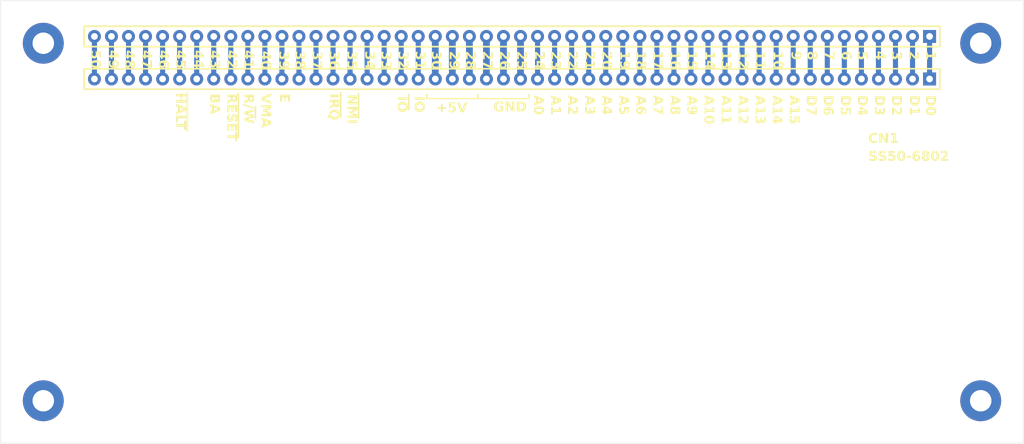
<source format=kicad_pcb>
(kicad_pcb (version 20240108) (generator "pcbnew") (generator_version "8.0")
  (layers (0 "F.Cu" signal "Top Layer") (31 "B.Cu" signal "Bottom Layer") (34 "B.Paste" user "Bottom Paste") (35 "F.Paste" user "Top Paste") (36 "B.SilkS" user "Bottom Overlay") (37 "F.SilkS" user "Top Overlay") (38 "B.Mask" user "Bottom Solder") (39 "F.Mask" user "Top Solder") (44 "Edge.Cuts" user))
  (net 0 "")
  (net 1 "nNMI")
  (net 2 "A7")
  (net 3 "A6")
  (net 4 "A4")
  (net 5 "A3")
  (net 6 "A2")
  (net 7 "R/nW")
  (net 8 "nRESET")
  (net 9 "nIRQ")
  (net 10 "nIO")
  (net 11 "GND")
  (net 12 "ECLK")
  (net 13 "D7")
  (net 14 "D6")
  (net 15 "D5")
  (net 16 "D4")
  (net 17 "D3")
  (net 18 "D2")
  (net 19 "D1")
  (net 20 "D0")
  (net 21 "A5")
  (net 22 "A1")
  (net 23 "A0")
  (net 24 "+5V")
  (footprint "" (layer "F.Cu") (at 218.3511 78.3336)
    (property "Reference" "" (at 0 0 0) (layer "F.SilkS") (effects (font (size 1.27 1.27))))
    (property "Value" "")
    (pad "1" thru_hole circle (at 0 0 180) (size 6.096 6.096) (drill 3.2) (layers "*.Cu" "*.Mask"))
  )
  (footprint "" (layer "F.Cu") (at 78.6511 78.3336)
    (property "Reference" "" (at 0 0 0) (layer "F.SilkS") (effects (font (size 1.27 1.27))))
    (property "Value" "")
    (pad "1" thru_hole circle (at 0 0 180) (size 6.096 6.096) (drill 3.2) (layers "*.Cu" "*.Mask"))
  )
  (footprint "" (layer "F.Cu") (at 218.3511 131.6736)
    (property "Reference" "" (at 0 0 0) (layer "F.SilkS") (effects (font (size 1.27 1.27))))
    (property "Value" "")
    (pad "1" thru_hole circle (at 0 0 90) (size 6.096 6.096) (drill 3.2) (layers "*.Cu" "*.Mask"))
  )
  (footprint "" (layer "F.Cu") (at 78.6511 131.6736)
    (property "Reference" "" (at 0 0 0) (layer "F.SilkS") (effects (font (size 1.27 1.27))))
    (property "Value" "")
    (pad "1" thru_hole circle (at 0 0) (size 6.096 6.096) (drill 3.2) (layers "*.Cu" "*.Mask"))
  )
  (footprint "MP-IO_02.PcbLib:SIL50DUAL" (layer "F.Cu") (at 210.7311 77.3176 -90)
    (property "Reference" "CN1" (at 16.129 9.144 0) (layer "F.SilkS") (effects (font (size 1.44018 1.44018) (thickness 0.254) (bold yes)) (justify left bottom)))
    (property "Value" "SS50-6800" (hide yes))
    (fp_line (start -1.524 125.984) (end -1.524 -1.524) (stroke (width 0.254)) (layer "F.SilkS"))
    (fp_line (start 1.524 125.984) (end -1.524 125.984) (stroke (width 0.254)) (layer "F.SilkS"))
    (fp_line (start 1.524 125.984) (end 1.524 -1.524) (stroke (width 0.254)) (layer "F.SilkS"))
    (fp_line (start 4.826 125.984) (end 4.826 -1.524) (stroke (width 0.254)) (layer "F.SilkS"))
    (fp_line (start 7.874 125.984) (end 4.826 125.984) (stroke (width 0.254)) (layer "F.SilkS"))
    (fp_line (start 7.874 125.984) (end 7.874 -1.524) (stroke (width 0.254)) (layer "F.SilkS"))
    (fp_line (start 1.524 -1.524) (end -1.524 -1.524) (stroke (width 0.254)) (layer "F.SilkS"))
    (fp_line (start 7.874 -1.524) (end 4.826 -1.524) (stroke (width 0.254)) (layer "F.SilkS"))
    (pad "1" thru_hole rect (at 0 0 270) (size 1.9304 1.9304) (drill 1) (layers "*.Cu" "*.Mask") (net 20 "D0"))
    (pad "1" thru_hole rect (at 6.35 0 270) (size 1.9304 1.9304) (drill 1) (layers "*.Cu" "*.Mask") (net 20 "D0"))
    (pad "2" thru_hole circle (at 0 2.54 270) (size 1.9304 1.9304) (drill 1) (layers "*.Cu" "*.Mask") (net 19 "D1"))
    (pad "2" thru_hole circle (at 6.35 2.54 270) (size 1.9304 1.9304) (drill 1) (layers "*.Cu" "*.Mask") (net 19 "D1"))
    (pad "3" thru_hole circle (at 0 5.08 270) (size 1.9304 1.9304) (drill 1) (layers "*.Cu" "*.Mask") (net 18 "D2"))
    (pad "3" thru_hole circle (at 6.35 5.08 270) (size 1.9304 1.9304) (drill 1) (layers "*.Cu" "*.Mask") (net 18 "D2"))
    (pad "4" thru_hole circle (at 0 7.62 270) (size 1.9304 1.9304) (drill 1) (layers "*.Cu" "*.Mask") (net 17 "D3"))
    (pad "4" thru_hole circle (at 6.35 7.62 270) (size 1.9304 1.9304) (drill 1) (layers "*.Cu" "*.Mask") (net 17 "D3"))
    (pad "5" thru_hole circle (at 0 10.16 270) (size 1.9304 1.9304) (drill 1) (layers "*.Cu" "*.Mask") (net 16 "D4"))
    (pad "5" thru_hole circle (at 6.35 10.16 270) (size 1.9304 1.9304) (drill 1) (layers "*.Cu" "*.Mask") (net 16 "D4"))
    (pad "6" thru_hole circle (at 0 12.7 270) (size 1.9304 1.9304) (drill 1) (layers "*.Cu" "*.Mask") (net 15 "D5"))
    (pad "6" thru_hole circle (at 6.35 12.7 270) (size 1.9304 1.9304) (drill 1) (layers "*.Cu" "*.Mask") (net 15 "D5"))
    (pad "7" thru_hole circle (at 0 15.24 270) (size 1.9304 1.9304) (drill 1) (layers "*.Cu" "*.Mask") (net 14 "D6"))
    (pad "7" thru_hole circle (at 6.35 15.24 270) (size 1.9304 1.9304) (drill 1) (layers "*.Cu" "*.Mask") (net 14 "D6"))
    (pad "8" thru_hole circle (at 0 17.78 270) (size 1.9304 1.9304) (drill 1) (layers "*.Cu" "*.Mask") (net 13 "D7"))
    (pad "8" thru_hole circle (at 6.35 17.78 270) (size 1.9304 1.9304) (drill 1) (layers "*.Cu" "*.Mask") (net 13 "D7"))
    (pad "9" thru_hole circle (at 0 20.32 270) (size 1.9304 1.9304) (drill 1) (layers "*.Cu" "*.Mask"))
    (pad "9" thru_hole circle (at 6.35 20.32 270) (size 1.9304 1.9304) (drill 1) (layers "*.Cu" "*.Mask"))
    (pad "10" thru_hole circle (at 0 22.86 270) (size 1.9304 1.9304) (drill 1) (layers "*.Cu" "*.Mask"))
    (pad "10" thru_hole circle (at 6.35 22.86 270) (size 1.9304 1.9304) (drill 1) (layers "*.Cu" "*.Mask"))
    (pad "11" thru_hole circle (at 0 25.4 270) (size 1.9304 1.9304) (drill 1) (layers "*.Cu" "*.Mask"))
    (pad "11" thru_hole circle (at 6.35 25.4 270) (size 1.9304 1.9304) (drill 1) (layers "*.Cu" "*.Mask"))
    (pad "12" thru_hole circle (at 0 27.94 270) (size 1.9304 1.9304) (drill 1) (layers "*.Cu" "*.Mask"))
    (pad "12" thru_hole circle (at 6.35 27.94 270) (size 1.9304 1.9304) (drill 1) (layers "*.Cu" "*.Mask"))
    (pad "13" thru_hole circle (at 0 30.48 270) (size 1.9304 1.9304) (drill 1) (layers "*.Cu" "*.Mask"))
    (pad "13" thru_hole circle (at 6.35 30.48 270) (size 1.9304 1.9304) (drill 1) (layers "*.Cu" "*.Mask"))
    (pad "14" thru_hole circle (at 0 33.02 270) (size 1.9304 1.9304) (drill 1) (layers "*.Cu" "*.Mask"))
    (pad "14" thru_hole circle (at 6.35 33.02 270) (size 1.9304 1.9304) (drill 1) (layers "*.Cu" "*.Mask"))
    (pad "15" thru_hole circle (at 0 35.56 270) (size 1.9304 1.9304) (drill 1) (layers "*.Cu" "*.Mask"))
    (pad "15" thru_hole circle (at 6.35 35.56 270) (size 1.9304 1.9304) (drill 1) (layers "*.Cu" "*.Mask"))
    (pad "16" thru_hole circle (at 0 38.1 270) (size 1.9304 1.9304) (drill 1) (layers "*.Cu" "*.Mask"))
    (pad "16" thru_hole circle (at 6.35 38.1 270) (size 1.9304 1.9304) (drill 1) (layers "*.Cu" "*.Mask"))
    (pad "17" thru_hole circle (at 0 40.64 270) (size 1.9304 1.9304) (drill 1) (layers "*.Cu" "*.Mask") (net 2 "A7"))
    (pad "17" thru_hole circle (at 6.35 40.64 270) (size 1.9304 1.9304) (drill 1) (layers "*.Cu" "*.Mask") (net 2 "A7"))
    (pad "18" thru_hole circle (at 0 43.18 270) (size 1.9304 1.9304) (drill 1) (layers "*.Cu" "*.Mask") (net 3 "A6"))
    (pad "18" thru_hole circle (at 6.35 43.18 270) (size 1.9304 1.9304) (drill 1) (layers "*.Cu" "*.Mask") (net 3 "A6"))
    (pad "19" thru_hole circle (at 0 45.72 270) (size 1.9304 1.9304) (drill 1) (layers "*.Cu" "*.Mask") (net 21 "A5"))
    (pad "19" thru_hole circle (at 6.35 45.72 270) (size 1.9304 1.9304) (drill 1) (layers "*.Cu" "*.Mask") (net 21 "A5"))
    (pad "20" thru_hole circle (at 0 48.26 270) (size 1.9304 1.9304) (drill 1) (layers "*.Cu" "*.Mask") (net 4 "A4"))
    (pad "20" thru_hole circle (at 6.35 48.26 270) (size 1.9304 1.9304) (drill 1) (layers "*.Cu" "*.Mask") (net 4 "A4"))
    (pad "21" thru_hole circle (at 0 50.8 270) (size 1.9304 1.9304) (drill 1) (layers "*.Cu" "*.Mask") (net 5 "A3"))
    (pad "21" thru_hole circle (at 6.35 50.8 270) (size 1.9304 1.9304) (drill 1) (layers "*.Cu" "*.Mask") (net 5 "A3"))
    (pad "22" thru_hole circle (at 0 53.34 270) (size 1.9304 1.9304) (drill 1) (layers "*.Cu" "*.Mask") (net 6 "A2"))
    (pad "22" thru_hole circle (at 6.35 53.34 270) (size 1.9304 1.9304) (drill 1) (layers "*.Cu" "*.Mask") (net 6 "A2"))
    (pad "23" thru_hole circle (at 0 55.88 270) (size 1.9304 1.9304) (drill 1) (layers "*.Cu" "*.Mask") (net 22 "A1"))
    (pad "23" thru_hole circle (at 6.35 55.88 270) (size 1.9304 1.9304) (drill 1) (layers "*.Cu" "*.Mask") (net 22 "A1"))
    (pad "24" thru_hole circle (at 0 58.42 270) (size 1.9304 1.9304) (drill 1) (layers "*.Cu" "*.Mask") (net 23 "A0"))
    (pad "24" thru_hole circle (at 6.35 58.42 270) (size 1.9304 1.9304) (drill 1) (layers "*.Cu" "*.Mask") (net 23 "A0"))
    (pad "25" thru_hole circle (at 0 60.96 270) (size 1.9304 1.9304) (drill 1) (layers "*.Cu" "*.Mask") (net 11 "GND"))
    (pad "25" thru_hole circle (at 6.35 60.96 270) (size 1.9304 1.9304) (drill 1) (layers "*.Cu" "*.Mask") (net 11 "GND"))
    (pad "26" thru_hole circle (at 0 63.5 270) (size 1.9304 1.9304) (drill 1) (layers "*.Cu" "*.Mask") (net 11 "GND"))
    (pad "26" thru_hole circle (at 6.35 63.5 270) (size 1.9304 1.9304) (drill 1) (layers "*.Cu" "*.Mask") (net 11 "GND"))
    (pad "27" thru_hole circle (at 0 66.04 270) (size 1.9304 1.9304) (drill 1) (layers "*.Cu" "*.Mask") (net 11 "GND"))
    (pad "27" thru_hole circle (at 6.35 66.04 270) (size 1.9304 1.9304) (drill 1) (layers "*.Cu" "*.Mask") (net 11 "GND"))
    (pad "28" thru_hole circle (at 0 68.58 270) (size 1.9304 1.9304) (drill 1) (layers "*.Cu" "*.Mask") (net 24 "+5V"))
    (pad "28" thru_hole circle (at 6.35 68.58 270) (size 1.9304 1.9304) (drill 1) (layers "*.Cu" "*.Mask") (net 24 "+5V"))
    (pad "29" thru_hole circle (at 0 71.12 270) (size 1.9304 1.9304) (drill 1) (layers "*.Cu" "*.Mask") (net 24 "+5V"))
    (pad "29" thru_hole circle (at 6.35 71.12 270) (size 1.9304 1.9304) (drill 1) (layers "*.Cu" "*.Mask") (net 24 "+5V"))
    (pad "30" thru_hole circle (at 0 73.66 270) (size 1.9304 1.9304) (drill 1) (layers "*.Cu" "*.Mask") (net 24 "+5V"))
    (pad "30" thru_hole circle (at 6.35 73.66 270) (size 1.9304 1.9304) (drill 1) (layers "*.Cu" "*.Mask") (net 24 "+5V"))
    (pad "31" thru_hole circle (at 0 76.2 270) (size 1.9304 1.9304) (drill 1) (layers "*.Cu" "*.Mask"))
    (pad "31" thru_hole circle (at 6.35 76.2 270) (size 1.9304 1.9304) (drill 1) (layers "*.Cu" "*.Mask"))
    (pad "32" thru_hole circle (at 0 78.74 270) (size 1.9304 1.9304) (drill 1) (layers "*.Cu" "*.Mask") (net 10 "nIO"))
    (pad "32" thru_hole circle (at 6.35 78.74 270) (size 1.9304 1.9304) (drill 1) (layers "*.Cu" "*.Mask") (net 10 "nIO"))
    (pad "33" thru_hole circle (at 0 81.28 270) (size 1.9304 1.9304) (drill 1) (layers "*.Cu" "*.Mask"))
    (pad "33" thru_hole circle (at 6.35 81.28 270) (size 1.9304 1.9304) (drill 1) (layers "*.Cu" "*.Mask"))
    (pad "34" thru_hole circle (at 0 83.82 270) (size 1.9304 1.9304) (drill 1) (layers "*.Cu" "*.Mask"))
    (pad "34" thru_hole circle (at 6.35 83.82 270) (size 1.9304 1.9304) (drill 1) (layers "*.Cu" "*.Mask"))
    (pad "35" thru_hole circle (at 0 86.36 270) (size 1.9304 1.9304) (drill 1) (layers "*.Cu" "*.Mask") (net 1 "nNMI"))
    (pad "35" thru_hole circle (at 6.35 86.36 270) (size 1.9304 1.9304) (drill 1) (layers "*.Cu" "*.Mask") (net 1 "nNMI"))
    (pad "36" thru_hole circle (at 0 88.9 270) (size 1.9304 1.9304) (drill 1) (layers "*.Cu" "*.Mask") (net 9 "nIRQ"))
    (pad "36" thru_hole circle (at 6.35 88.9 270) (size 1.9304 1.9304) (drill 1) (layers "*.Cu" "*.Mask") (net 9 "nIRQ"))
    (pad "37" thru_hole circle (at 0 91.44 270) (size 1.9304 1.9304) (drill 1) (layers "*.Cu" "*.Mask"))
    (pad "37" thru_hole circle (at 6.35 91.44 270) (size 1.9304 1.9304) (drill 1) (layers "*.Cu" "*.Mask"))
    (pad "38" thru_hole circle (at 0 93.98 270) (size 1.9304 1.9304) (drill 1) (layers "*.Cu" "*.Mask"))
    (pad "38" thru_hole circle (at 6.35 93.98 270) (size 1.9304 1.9304) (drill 1) (layers "*.Cu" "*.Mask"))
    (pad "39" thru_hole circle (at 0 96.52 270) (size 1.9304 1.9304) (drill 1) (layers "*.Cu" "*.Mask") (net 12 "ECLK"))
    (pad "39" thru_hole circle (at 6.35 96.52 270) (size 1.9304 1.9304) (drill 1) (layers "*.Cu" "*.Mask") (net 12 "ECLK"))
    (pad "40" thru_hole circle (at 0 99.06 270) (size 1.9304 1.9304) (drill 1) (layers "*.Cu" "*.Mask"))
    (pad "40" thru_hole circle (at 6.35 99.06 270) (size 1.9304 1.9304) (drill 1) (layers "*.Cu" "*.Mask"))
    (pad "41" thru_hole circle (at 0 101.6 270) (size 1.9304 1.9304) (drill 1) (layers "*.Cu" "*.Mask") (net 7 "R/nW"))
    (pad "41" thru_hole circle (at 6.35 101.6 270) (size 1.9304 1.9304) (drill 1) (layers "*.Cu" "*.Mask") (net 7 "R/nW"))
    (pad "42" thru_hole circle (at 0 104.14 270) (size 1.9304 1.9304) (drill 1) (layers "*.Cu" "*.Mask") (net 8 "nRESET"))
    (pad "42" thru_hole circle (at 6.35 104.14 270) (size 1.9304 1.9304) (drill 1) (layers "*.Cu" "*.Mask") (net 8 "nRESET"))
    (pad "43" thru_hole circle (at 0 106.68 270) (size 1.9304 1.9304) (drill 1) (layers "*.Cu" "*.Mask"))
    (pad "43" thru_hole circle (at 6.35 106.68 270) (size 1.9304 1.9304) (drill 1) (layers "*.Cu" "*.Mask"))
    (pad "44" thru_hole circle (at 0 109.22 270) (size 1.9304 1.9304) (drill 1) (layers "*.Cu" "*.Mask"))
    (pad "44" thru_hole circle (at 6.35 109.22 270) (size 1.9304 1.9304) (drill 1) (layers "*.Cu" "*.Mask"))
    (pad "45" thru_hole circle (at 0 111.76 270) (size 1.9304 1.9304) (drill 1) (layers "*.Cu" "*.Mask"))
    (pad "45" thru_hole circle (at 6.35 111.76 270) (size 1.9304 1.9304) (drill 1) (layers "*.Cu" "*.Mask"))
    (pad "46" thru_hole circle (at 0 114.3 270) (size 1.9304 1.9304) (drill 1) (layers "*.Cu" "*.Mask"))
    (pad "46" thru_hole circle (at 6.35 114.3 270) (size 1.9304 1.9304) (drill 1) (layers "*.Cu" "*.Mask"))
    (pad "47" thru_hole circle (at 0 116.84 270) (size 1.9304 1.9304) (drill 1) (layers "*.Cu" "*.Mask"))
    (pad "47" thru_hole circle (at 6.35 116.84 270) (size 1.9304 1.9304) (drill 1) (layers "*.Cu" "*.Mask"))
    (pad "48" thru_hole circle (at 0 119.38 270) (size 1.9304 1.9304) (drill 1) (layers "*.Cu" "*.Mask"))
    (pad "48" thru_hole circle (at 6.35 119.38 270) (size 1.9304 1.9304) (drill 1) (layers "*.Cu" "*.Mask"))
    (pad "49" thru_hole circle (at 0 121.92 270) (size 1.9304 1.9304) (drill 1) (layers "*.Cu" "*.Mask"))
    (pad "49" thru_hole circle (at 6.35 121.92 270) (size 1.9304 1.9304) (drill 1) (layers "*.Cu" "*.Mask"))
    (pad "50" thru_hole circle (at 0 124.46 270) (size 1.9304 1.9304) (drill 1) (layers "*.Cu" "*.Mask"))
    (pad "50" thru_hole circle (at 6.35 124.46 270) (size 1.9304 1.9304) (drill 1) (layers "*.Cu" "*.Mask"))
  )
  (gr_line (start 187.8711 83.6676) (end 187.8711 77.3176) (stroke (width 0.762)) (layer "B.Cu"))
  (gr_line (start 126.9111 83.6676) (end 126.9111 77.3176) (stroke (width 0.762)) (layer "B.Cu"))
  (gr_line (start 88.8111 83.6676) (end 88.8111 77.3176) (stroke (width 0.762)) (layer "B.Cu"))
  (gr_line (start 116.7511 83.6676) (end 116.7511 77.3176) (stroke (width 0.762)) (layer "B.Cu"))
  (gr_line (start 182.7911 83.6676) (end 182.7911 77.3176) (stroke (width 0.762)) (layer "B.Cu"))
  (gr_line (start 190.4111 83.6676) (end 190.4111 77.3176) (stroke (width 0.762)) (layer "B.Cu"))
  (gr_line (start 177.7111 83.6676) (end 177.7111 77.3176) (stroke (width 0.762)) (layer "B.Cu"))
  (gr_line (start 111.6711 83.6676) (end 111.6711 77.3176) (stroke (width 0.762)) (layer "B.Cu"))
  (gr_line (start 96.4311 83.6676) (end 96.4311 77.3176) (stroke (width 0.762)) (layer "B.Cu"))
  (gr_line (start 175.1711 83.6676) (end 175.1711 77.3176) (stroke (width 0.762)) (layer "B.Cu"))
  (gr_line (start 172.6311 83.6676) (end 172.6311 77.3176) (stroke (width 0.762)) (layer "B.Cu"))
  (gr_line (start 180.2511 83.6676) (end 180.2511 77.3176) (stroke (width 0.762)) (layer "B.Cu"))
  (gr_line (start 134.5311 83.6676) (end 134.5311 77.3176) (stroke (width 0.762)) (layer "B.Cu"))
  (gr_line (start 93.8911 83.6676) (end 93.8911 77.3176) (stroke (width 0.762)) (layer "B.Cu"))
  (gr_line (start 86.2711 83.6676) (end 86.2711 77.3176) (stroke (width 0.762)) (layer "B.Cu"))
  (gr_line (start 104.0511 83.6676) (end 104.0511 77.3176) (stroke (width 0.762)) (layer "B.Cu"))
  (gr_line (start 129.4511 83.6676) (end 129.4511 77.3176) (stroke (width 0.762)) (layer "B.Cu"))
  (gr_line (start 101.5111 83.6676) (end 101.5111 77.3176) (stroke (width 0.762)) (layer "B.Cu"))
  (gr_line (start 98.9711 83.6676) (end 98.9711 77.3176) (stroke (width 0.762)) (layer "B.Cu"))
  (gr_line (start 119.2911 83.6676) (end 119.2911 77.3176) (stroke (width 0.762)) (layer "B.Cu"))
  (gr_line (start 91.3511 83.6676) (end 91.3511 77.3176) (stroke (width 0.762)) (layer "B.Cu"))
  (gr_line (start 185.3311 83.6676) (end 185.3311 77.3176) (stroke (width 0.762)) (layer "B.Cu"))
  (gr_line (start 107.7341 92.4306) (end 107.7341 85.8266) (stroke (width 0.2032)) (layer "F.SilkS"))
  (gr_line (start 143.4211 86.5886) (end 143.4211 85.9536) (stroke (width 0.2032)) (layer "F.SilkS"))
  (gr_line (start 151.0411 86.5886) (end 151.0411 85.9536) (stroke (width 0.2032)) (layer "F.SilkS"))
  (gr_line (start 122.9741 89.3826) (end 122.9741 85.6996) (stroke (width 0.2032)) (layer "F.SilkS"))
  (gr_line (start 133.1341 88.2396) (end 133.1341 85.9536) (stroke (width 0.2032)) (layer "F.SilkS"))
  (gr_line (start 100.1141 91.4146) (end 100.1141 85.6996) (stroke (width 0.254)) (layer "F.SilkS"))
  (gr_line (start 143.4211 86.5886) (end 151.0411 86.5886) (stroke (width 0.2032)) (layer "F.SilkS"))
  (gr_line (start 125.6411 89.5096) (end 125.6411 85.8266) (stroke (width 0.2032)) (layer "F.SilkS"))
  (gr_line (start 135.8011 86.5886) (end 143.4211 86.5886) (stroke (width 0.2032)) (layer "F.SilkS"))
  (gr_line (start 110.2741 89.6366) (end 110.2741 87.7316) (stroke (width 0.2032)) (layer "F.SilkS"))
  (gr_line (start 135.8011 86.5886) (end 135.8011 85.9536) (stroke (width 0.2032)) (layer "F.SilkS"))
  (gr_line (start 72.3011 138.0236) (end 72.3011 71.9836) (stroke (width 0.05)) (layer "Edge.Cuts"))
  (gr_line (start 224.7011 71.9836) (end 224.7011 138.0236) (stroke (width 0.05)) (layer "Edge.Cuts"))
  (gr_line (start 224.7011 138.0236) (end 72.3011 138.0236) (stroke (width 0.05)) (layer "Edge.Cuts"))
  (gr_line (start 72.3011 71.9836) (end 224.7011 71.9836) (stroke (width 0.05)) (layer "Edge.Cuts"))
  (gr_text "R/W" (at 108.3691 85.8266 270) (layer "F.SilkS") (effects (font (size 1.44018 1.44018) (thickness 0.254) (bold yes)) (justify left bottom)))
  (gr_text "12" (at 182.0291 79.4766 270) (layer "F.SilkS") (effects (font (size 1.44018 1.44018) (thickness 0.254) (bold yes)) (justify left bottom)))
  (gr_text "46" (at 95.6691 79.3496 270) (layer "F.SilkS") (effects (font (size 1.44018 1.44018) (thickness 0.254) (bold yes)) (justify left bottom)))
  (gr_text "D1" (at 207.5561 86.0806 270) (layer "F.SilkS") (effects (font (size 1.44018 1.44018) (thickness 0.254) (bold yes)) (justify left bottom)))
  (gr_text "19" (at 164.3761 79.4766 270) (layer "F.SilkS") (effects (font (size 1.44018 1.44018) (thickness 0.254) (bold yes)) (justify left bottom)))
  (gr_text "A2" (at 156.6291 86.0806 270) (layer "F.SilkS") (effects (font (size 1.44018 1.44018) (thickness 0.254) (bold yes)) (justify left bottom)))
  (gr_text "A9" (at 174.4091 86.0806 270) (layer "F.SilkS") (effects (font (size 1.44018 1.44018) (thickness 0.254) (bold yes)) (justify left bottom)))
  (gr_text "RESET" (at 105.8291 85.8266 270) (layer "F.SilkS") (effects (font (size 1.44018 1.44018) (thickness 0.254) (bold yes)) (justify left bottom)))
  (gr_text "17" (at 169.3291 79.4766 270) (layer "F.SilkS") (effects (font (size 1.44018 1.44018) (thickness 0.254) (bold yes)) (justify left bottom)))
  (gr_text "22" (at 156.6291 79.4766 270) (layer "F.SilkS") (effects (font (size 1.44018 1.44018) (thickness 0.254) (bold yes)) (justify left bottom)))
  (gr_text "+5V" (at 137.1981 88.8746 360) (layer "F.SilkS") (effects (font (size 1.44018 1.44018) (thickness 0.254) (bold yes)) (justify left bottom)))
  (gr_text "41" (at 108.3691 79.3496 270) (layer "F.SilkS") (effects (font (size 1.44018 1.44018) (thickness 0.254) (bold yes)) (justify left bottom)))
  (gr_text "2" (at 207.4291 79.4766 270) (layer "F.SilkS") (effects (font (size 1.44018 1.44018) (thickness 0.254) (bold yes)) (justify left bottom)))
  (gr_text "D4" (at 199.8091 86.0806 270) (layer "F.SilkS") (effects (font (size 1.44018 1.44018) (thickness 0.254) (bold yes)) (justify left bottom)))
  (gr_text "D6" (at 194.7291 86.0806 270) (layer "F.SilkS") (effects (font (size 1.44018 1.44018) (thickness 0.254) (bold yes)) (justify left bottom)))
  (gr_text "A12" (at 182.0291 86.0806 270) (layer "F.SilkS") (effects (font (size 1.44018 1.44018) (thickness 0.254) (bold yes)) (justify left bottom)))
  (gr_text "NMI" (at 123.7361 85.9536 270) (layer "F.SilkS") (effects (font (size 1.44018 1.44018) (thickness 0.254) (bold yes)) (justify left bottom)))
  (gr_text "A3" (at 159.1691 86.0806 270) (layer "F.SilkS") (effects (font (size 1.44018 1.44018) (thickness 0.254) (bold yes)) (justify left bottom)))
  (gr_text "43" (at 103.2891 79.3496 270) (layer "F.SilkS") (effects (font (size 1.44018 1.44018) (thickness 0.254) (bold yes)) (justify left bottom)))
  (gr_text "33" (at 128.8161 79.4766 270) (layer "F.SilkS") (effects (font (size 1.44018 1.44018) (thickness 0.254) (bold yes)) (justify left bottom)))
  (gr_text "14" (at 177.0761 79.4766 270) (layer "F.SilkS") (effects (font (size 1.44018 1.44018) (thickness 0.254) (bold yes)) (justify left bottom)))
  (gr_text "49" (at 88.1761 79.3496 270) (layer "F.SilkS") (effects (font (size 1.44018 1.44018) (thickness 0.254) (bold yes)) (justify left bottom)))
  (gr_text "45" (at 98.2091 79.3496 270) (layer "F.SilkS") (effects (font (size 1.44018 1.44018) (thickness 0.254) (bold yes)) (justify left bottom)))
  (gr_text "A11" (at 179.4891 86.0806 270) (layer "F.SilkS") (effects (font (size 1.44018 1.44018) (thickness 0.254) (bold yes)) (justify left bottom)))
  (gr_text "50" (at 85.5091 79.3496 270) (layer "F.SilkS") (effects (font (size 1.44018 1.44018) (thickness 0.254) (bold yes)) (justify left bottom)))
  (gr_text "IO" (at 133.7691 86.2076 270) (layer "F.SilkS") (effects (font (size 1.44018 1.44018) (thickness 0.254) (bold yes)) (justify left bottom)))
  (gr_text "BA" (at 103.2891 85.8266 270) (layer "F.SilkS") (effects (font (size 1.44018 1.44018) (thickness 0.254) (bold yes)) (justify left bottom)))
  (gr_text "A10" (at 176.9491 86.0806 270) (layer "F.SilkS") (effects (font (size 1.44018 1.44018) (thickness 0.254) (bold yes)) (justify left bottom)))
  (gr_text "VMA" (at 110.9091 85.8266 270) (layer "F.SilkS") (effects (font (size 1.44018 1.44018) (thickness 0.254) (bold yes)) (justify left bottom)))
  (gr_text "24" (at 151.6761 79.4766 270) (layer "F.SilkS") (effects (font (size 1.44018 1.44018) (thickness 0.254) (bold yes)) (justify left bottom)))
  (gr_text "39" (at 113.5761 79.4766 270) (layer "F.SilkS") (effects (font (size 1.44018 1.44018) (thickness 0.254) (bold yes)) (justify left bottom)))
  (gr_text "E" (at 113.7031 85.8266 270) (layer "F.SilkS") (effects (font (size 1.44018 1.44018) (thickness 0.254) (bold yes)) (justify left bottom)))
  (gr_text "A6" (at 166.7891 86.0806 270) (layer "F.SilkS") (effects (font (size 1.44018 1.44018) (thickness 0.254) (bold yes)) (justify left bottom)))
  (gr_text "31" (at 133.8961 79.4766 270) (layer "F.SilkS") (effects (font (size 1.44018 1.44018) (thickness 0.254) (bold yes)) (justify left bottom)))
  (gr_text "IRQ" (at 121.0691 85.8266 270) (layer "F.SilkS") (effects (font (size 1.44018 1.44018) (thickness 0.254) (bold yes)) (justify left bottom)))
  (gr_text "GND" (at 145.7071 88.7476 360) (layer "F.SilkS") (effects (font (size 1.44018 1.44018) (thickness 0.254) (bold yes)) (justify left bottom)))
  (gr_text "D0" (at 209.9691 86.0806 270) (layer "F.SilkS") (effects (font (size 1.44018 1.44018) (thickness 0.254) (bold yes)) (justify left bottom)))
  (gr_text "10" (at 187.2361 79.4766 270) (layer "F.SilkS") (effects (font (size 1.44018 1.44018) (thickness 0.254) (bold yes)) (justify left bottom)))
  (gr_text "16" (at 171.8691 79.4766 270) (layer "F.SilkS") (effects (font (size 1.44018 1.44018) (thickness 0.254) (bold yes)) (justify left bottom)))
  (gr_text "A14" (at 187.1091 86.0806 270) (layer "F.SilkS") (effects (font (size 1.44018 1.44018) (thickness 0.254) (bold yes)) (justify left bottom)))
  (gr_text "27" (at 143.9291 79.4766 270) (layer "F.SilkS") (effects (font (size 1.44018 1.44018) (thickness 0.254) (bold yes)) (justify left bottom)))
  (gr_text "9" (at 189.9031 79.4766 270) (layer "F.SilkS") (effects (font (size 1.44018 1.44018) (thickness 0.254) (bold yes)) (justify left bottom)))
  (gr_text "HALT" (at 98.2091 85.6996 270) (layer "F.SilkS") (effects (font (size 1.44018 1.44018) (thickness 0.254) (bold yes)) (justify left bottom)))
  (gr_text "4" (at 202.4761 79.4766 270) (layer "F.SilkS") (effects (font (size 1.44018 1.44018) (thickness 0.254) (bold yes)) (justify left bottom)))
  (gr_text "36" (at 121.0691 79.4766 270) (layer "F.SilkS") (effects (font (size 1.44018 1.44018) (thickness 0.254) (bold yes)) (justify left bottom)))
  (gr_text "42" (at 105.8291 79.3496 270) (layer "F.SilkS") (effects (font (size 1.44018 1.44018) (thickness 0.254) (bold yes)) (justify left bottom)))
  (gr_text "32" (at 131.3561 79.4766 270) (layer "F.SilkS") (effects (font (size 1.44018 1.44018) (thickness 0.254) (bold yes)) (justify left bottom)))
  (gr_text "23" (at 154.0891 79.4766 270) (layer "F.SilkS") (effects (font (size 1.44018 1.44018) (thickness 0.254) (bold yes)) (justify left bottom)))
  (gr_text "3" (at 204.8891 79.4766 270) (layer "F.SilkS") (effects (font (size 1.44018 1.44018) (thickness 0.254) (bold yes)) (justify left bottom)))
  (gr_text "A8" (at 171.8691 86.0806 270) (layer "F.SilkS") (effects (font (size 1.44018 1.44018) (thickness 0.254) (bold yes)) (justify left bottom)))
  (gr_text "A5" (at 164.2491 86.0806 270) (layer "F.SilkS") (effects (font (size 1.44018 1.44018) (thickness 0.254) (bold yes)) (justify left bottom)))
  (gr_text "1" (at 209.9691 79.4766 270) (layer "F.SilkS") (effects (font (size 1.44018 1.44018) (thickness 0.254) (bold yes)) (justify left bottom)))
  (gr_text "IO" (at 131.2291 86.2076 270) (layer "F.SilkS") (effects (font (size 1.44018 1.44018) (thickness 0.254) (bold yes)) (justify left bottom)))
  (gr_text "11" (at 184.5691 79.4766 270) (layer "F.SilkS") (effects (font (size 1.44018 1.44018) (thickness 0.254) (bold yes)) (justify left bottom)))
  (gr_text "30" (at 136.3091 79.4766 270) (layer "F.SilkS") (effects (font (size 1.44018 1.44018) (thickness 0.254) (bold yes)) (justify left bottom)))
  (gr_text "38" (at 115.9891 79.4766 270) (layer "F.SilkS") (effects (font (size 1.44018 1.44018) (thickness 0.254) (bold yes)) (justify left bottom)))
  (gr_text "A4" (at 161.7091 86.0806 270) (layer "F.SilkS") (effects (font (size 1.44018 1.44018) (thickness 0.254) (bold yes)) (justify left bottom)))
  (gr_text "20" (at 161.7091 79.4766 270) (layer "F.SilkS") (effects (font (size 1.44018 1.44018) (thickness 0.254) (bold yes)) (justify left bottom)))
  (gr_text "A7" (at 169.3291 86.0806 270) (layer "F.SilkS") (effects (font (size 1.44018 1.44018) (thickness 0.254) (bold yes)) (justify left bottom)))
  (gr_text "D5" (at 197.2691 86.0806 270) (layer "F.SilkS") (effects (font (size 1.44018 1.44018) (thickness 0.254) (bold yes)) (justify left bottom)))
  (gr_text "15" (at 174.4091 79.4766 270) (layer "F.SilkS") (effects (font (size 1.44018 1.44018) (thickness 0.254) (bold yes)) (justify left bottom)))
  (gr_text "13" (at 179.4891 79.4766 270) (layer "F.SilkS") (effects (font (size 1.44018 1.44018) (thickness 0.254) (bold yes)) (justify left bottom)))
  (gr_text "A1" (at 154.0891 86.0806 270) (layer "F.SilkS") (effects (font (size 1.44018 1.44018) (thickness 0.254) (bold yes)) (justify left bottom)))
  (gr_text "18" (at 166.7891 79.4766 270) (layer "F.SilkS") (effects (font (size 1.44018 1.44018) (thickness 0.254) (bold yes)) (justify left bottom)))
  (gr_text "35" (at 123.7361 79.4766 270) (layer "F.SilkS") (effects (font (size 1.44018 1.44018) (thickness 0.254) (bold yes)) (justify left bottom)))
  (gr_text "A0" (at 151.5491 86.0806 270) (layer "F.SilkS") (effects (font (size 1.44018 1.44018) (thickness 0.254) (bold yes)) (justify left bottom)))
  (gr_text "SS50-6802" (at 201.5871 96.1136 360) (layer "F.SilkS") (effects (font (size 1.44018 1.44018) (thickness 0.254) (bold yes)) (justify left bottom)))
  (gr_text "40" (at 110.9091 79.4766 270) (layer "F.SilkS") (effects (font (size 1.44018 1.44018) (thickness 0.254) (bold yes)) (justify left bottom)))
  (gr_text "28" (at 141.3891 79.4766 270) (layer "F.SilkS") (effects (font (size 1.44018 1.44018) (thickness 0.254) (bold yes)) (justify left bottom)))
  (gr_text "8" (at 192.3161 79.4766 270) (layer "F.SilkS") (effects (font (size 1.44018 1.44018) (thickness 0.254) (bold yes)) (justify left bottom)))
  (gr_text "48" (at 90.5891 79.3496 270) (layer "F.SilkS") (effects (font (size 1.44018 1.44018) (thickness 0.254) (bold yes)) (justify left bottom)))
  (gr_text "D2" (at 204.8891 86.0806 270) (layer "F.SilkS") (effects (font (size 1.44018 1.44018) (thickness 0.254) (bold yes)) (justify left bottom)))
  (gr_text "26" (at 146.4691 79.4766 270) (layer "F.SilkS") (effects (font (size 1.44018 1.44018) (thickness 0.254) (bold yes)) (justify left bottom)))
  (gr_text "21" (at 159.1691 79.4766 270) (layer "F.SilkS") (effects (font (size 1.44018 1.44018) (thickness 0.254) (bold yes)) (justify left bottom)))
  (gr_text "29" (at 138.9761 79.4766 270) (layer "F.SilkS") (effects (font (size 1.44018 1.44018) (thickness 0.254) (bold yes)) (justify left bottom)))
  (gr_text "47" (at 93.1291 79.3496 270) (layer "F.SilkS") (effects (font (size 1.44018 1.44018) (thickness 0.254) (bold yes)) (justify left bottom)))
  (gr_text "7" (at 194.8561 79.4766 270) (layer "F.SilkS") (effects (font (size 1.44018 1.44018) (thickness 0.254) (bold yes)) (justify left bottom)))
  (gr_text "A13" (at 184.5691 86.0806 270) (layer "F.SilkS") (effects (font (size 1.44018 1.44018) (thickness 0.254) (bold yes)) (justify left bottom)))
  (gr_text "A15" (at 189.6491 86.0806 270) (layer "F.SilkS") (effects (font (size 1.44018 1.44018) (thickness 0.254) (bold yes)) (justify left bottom)))
  (gr_text "6" (at 197.3961 79.4766 270) (layer "F.SilkS") (effects (font (size 1.44018 1.44018) (thickness 0.254) (bold yes)) (justify left bottom)))
  (gr_text "44" (at 100.8761 79.3496 270) (layer "F.SilkS") (effects (font (size 1.44018 1.44018) (thickness 0.254) (bold yes)) (justify left bottom)))
  (gr_text "5" (at 199.8091 79.4766 270) (layer "F.SilkS") (effects (font (size 1.44018 1.44018) (thickness 0.254) (bold yes)) (justify left bottom)))
  (gr_text "25" (at 149.0091 79.4766 270) (layer "F.SilkS") (effects (font (size 1.44018 1.44018) (thickness 0.254) (bold yes)) (justify left bottom)))
  (gr_text "34" (at 126.4031 79.4766 270) (layer "F.SilkS") (effects (font (size 1.44018 1.44018) (thickness 0.254) (bold yes)) (justify left bottom)))
  (gr_text "37" (at 118.5291 79.4766 270) (layer "F.SilkS") (effects (font (size 1.44018 1.44018) (thickness 0.254) (bold yes)) (justify left bottom)))
  (gr_text "D3" (at 202.3491 86.0806 270) (layer "F.SilkS") (effects (font (size 1.44018 1.44018) (thickness 0.254) (bold yes)) (justify left bottom)))
  (gr_text "D7" (at 192.1891 86.0806 270) (layer "F.SilkS") (effects (font (size 1.44018 1.44018) (thickness 0.254) (bold yes)) (justify left bottom)))
  (segment (start 124.3711 83.6676) (end 124.3711 77.3176) (width 0.762) (layer "B.Cu") (net 1))
  (segment (start 170.0911 83.6676) (end 170.0911 77.3176) (width 0.762) (layer "B.Cu") (net 2))
  (segment (start 167.5511 83.6676) (end 167.5511 77.3176) (width 0.762) (layer "B.Cu") (net 3))
  (segment (start 162.4711 83.6676) (end 162.4711 77.3176) (width 0.762) (layer "B.Cu") (net 4))
  (segment (start 159.9311 83.6676) (end 159.9311 77.3176) (width 0.762) (layer "B.Cu") (net 5))
  (segment (start 157.3911 83.6676) (end 157.3911 77.3176) (width 0.762) (layer "B.Cu") (net 6))
  (segment (start 109.1311 83.6676) (end 109.1311 77.3176) (width 0.762) (layer "B.Cu") (net 7))
  (segment (start 106.5911 83.6676) (end 106.5911 77.3176) (width 0.762) (layer "B.Cu") (net 8))
  (segment (start 121.8311 83.6676) (end 121.8311 77.3176) (width 0.762) (layer "B.Cu") (net 9))
  (segment (start 131.9911 83.6676) (end 131.9911 77.3176) (width 0.762) (layer "B.Cu") (net 10))
  (segment (start 149.7711 83.6676) (end 149.7711 77.3176) (width 1.016) (layer "B.Cu") (net 11))
  (segment (start 147.2311 83.6676) (end 147.2311 77.3176) (width 1.016) (layer "B.Cu") (net 11))
  (segment (start 144.6911 83.6676) (end 144.7673 83.7438) (width 0.381) (layer "B.Cu") (net 11))
  (segment (start 144.6911 83.6676) (end 144.6911 77.3176) (width 1.016) (layer "B.Cu") (net 11))
  (segment (start 147.1549 83.7438) (end 147.2311 83.6676) (width 0.381) (layer "B.Cu") (net 11))
  (segment (start 114.2111 83.6676) (end 114.2111 77.3176) (width 0.762) (layer "B.Cu") (net 12))
  (segment (start 192.9511 83.6676) (end 192.9511 77.3176) (width 0.762) (layer "B.Cu") (net 13))
  (segment (start 195.4911 83.6676) (end 195.6181 83.7946) (width 0.381) (layer "F.Cu") (net 14))
  (segment (start 195.4911 83.6676) (end 195.4911 77.3176) (width 0.762) (layer "B.Cu") (net 14))
  (segment (start 198.0311 83.6676) (end 198.0311 77.3176) (width 0.762) (layer "B.Cu") (net 15))
  (segment (start 200.5711 83.6676) (end 200.5711 77.3176) (width 0.762) (layer "B.Cu") (net 16))
  (segment (start 203.1111 83.6676) (end 203.1111 77.3176) (width 0.762) (layer "B.Cu") (net 17))
  (segment (start 205.6511 83.6676) (end 205.6511 77.3176) (width 0.762) (layer "B.Cu") (net 18))
  (segment (start 208.1911 83.6676) (end 208.1911 77.3176) (width 0.762) (layer "B.Cu") (net 19))
  (segment (start 210.7311 83.6676) (end 210.7311 77.3176) (width 0.762) (layer "B.Cu") (net 20))
  (segment (start 165.0111 83.6676) (end 165.0111 77.3176) (width 0.762) (layer "B.Cu") (net 21))
  (segment (start 154.8511 83.6676) (end 154.8511 77.3176) (width 0.762) (layer "B.Cu") (net 22))
  (segment (start 152.3111 83.6676) (end 152.3111 77.3176) (width 0.762) (layer "B.Cu") (net 23))
  (segment (start 139.6111 83.6676) (end 139.6873 83.7438) (width 0.381) (layer "B.Cu") (net 24))
  (segment (start 142.1511 83.6676) (end 142.1511 77.3176) (width 1.016) (layer "B.Cu") (net 24))
  (segment (start 139.6111 83.6676) (end 139.6111 77.3176) (width 1.016) (layer "B.Cu") (net 24))
  (segment (start 137.0711 83.6676) (end 137.1473 83.7438) (width 0.381) (layer "B.Cu") (net 24))
  (segment (start 139.5349 83.7438) (end 139.6111 83.6676) (width 0.381) (layer "B.Cu") (net 24))
  (segment (start 142.0749 83.7438) (end 142.1511 83.6676) (width 0.381) (layer "B.Cu") (net 24))
  (segment (start 137.0711 83.6676) (end 137.0711 77.3176) (width 1.016) (layer "B.Cu") (net 24))
)
</source>
